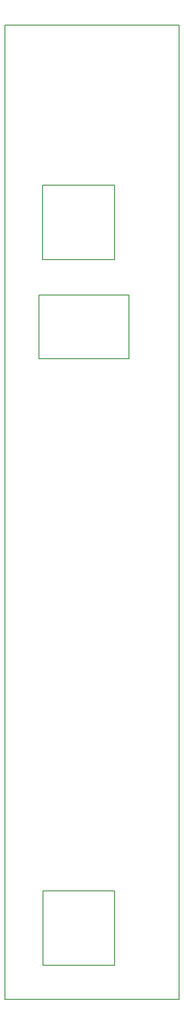
<source format=gbr>
G04 #@! TF.FileFunction,Profile,NP*
%FSLAX46Y46*%
G04 Gerber Fmt 4.6, Leading zero omitted, Abs format (unit mm)*
G04 Created by KiCad (PCBNEW 4.0.4+e1-6308~48~ubuntu14.04.1-stable) date Sun Sep 25 16:17:57 2016*
%MOMM*%
%LPD*%
G01*
G04 APERTURE LIST*
%ADD10C,0.100000*%
%ADD11C,0.150000*%
G04 APERTURE END LIST*
D10*
D11*
X107243500Y-177546000D02*
X107243500Y-163512500D01*
X120769000Y-177546000D02*
X107243500Y-177546000D01*
X120769000Y-163512500D02*
X120769000Y-177546000D01*
X107243500Y-163512500D02*
X120769000Y-163512500D01*
X107180000Y-30226000D02*
X107434000Y-30226000D01*
X107180000Y-44323000D02*
X107180000Y-30226000D01*
X120769000Y-44323000D02*
X107180000Y-44323000D01*
X120769000Y-30226000D02*
X120769000Y-44323000D01*
X107307000Y-30226000D02*
X120769000Y-30226000D01*
X106500000Y-51000000D02*
X106500000Y-63000000D01*
X123500000Y-51000000D02*
X106500000Y-51000000D01*
X123500000Y-63000000D02*
X123500000Y-51000000D01*
X106500000Y-63000000D02*
X123500000Y-63000000D01*
X100000000Y-184000000D02*
X100000000Y0D01*
X133000000Y-184000000D02*
X100000000Y-184000000D01*
X133000000Y0D02*
X133000000Y-184000000D01*
X100000000Y0D02*
X133000000Y0D01*
M02*

</source>
